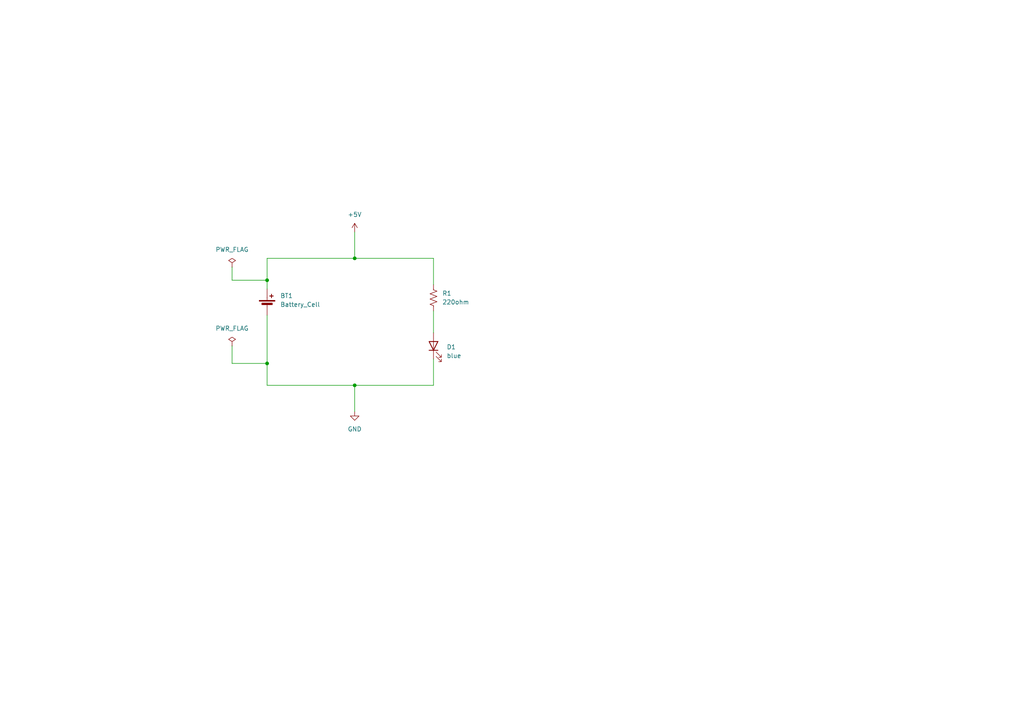
<source format=kicad_sch>
(kicad_sch (version 20230121) (generator eeschema)
  (paper "A4")
  (lib_symbols
    (symbol "Device:Battery_Cell" (pin_numbers hide) (pin_names (offset 0) hide)
      (property "Reference" "BT" (at 2.54 2.54 0))
      (property "Value" "Battery_Cell" (at 2.54 0 0))
      (symbol "Battery_Cell_0_1"
        (rectangle (start -2.286 1.778) (end 2.286 1.524) (fill (type outline)))
        (rectangle (start -1.524 1.016) (end 1.524 0.508) (fill (type outline)))
        (polyline (pts (xy 0 0.762) (xy 0 0)))
        (polyline (pts (xy 0 1.778) (xy 0 2.54)))
        (polyline (pts (xy 0.762 3.048) (xy 1.778 3.048)) (stroke (width 0.254)))
        (polyline (pts (xy 1.27 3.556) (xy 1.27 2.54)) (stroke (width 0.254)))
      )
      (symbol "Battery_Cell_1_1"
        (pin passive line (at 0 5.08 270) (length 2.54) (name "+") (number "1"))
        (pin passive line (at 0 -2.54 90) (length 2.54) (name "-") (number "2"))
      )
    )
    (symbol "Device:LED" (pin_numbers hide) (pin_names (offset 1.016) hide)
      (property "Reference" "D" (at 0 2.54 0))
      (property "Value" "LED" (at 0 -2.54 0))
      (symbol "LED_0_1"
        (polyline (pts (xy -1.27 -1.27) (xy -1.27 1.27)) (stroke (width 0.254)))
        (polyline (pts (xy -1.27 0) (xy 1.27 0)))
        (polyline (pts (xy 1.27 -1.27) (xy 1.27 1.27) (xy -1.27 0) (xy 1.27 -1.27)) (stroke (width 0.254)))
        (polyline (pts (xy -3.048 -0.762) (xy -4.572 -2.286) (xy -3.81 -2.286) (xy -4.572 -2.286) (xy -4.572 -1.524)))
        (polyline (pts (xy -1.778 -0.762) (xy -3.302 -2.286) (xy -2.54 -2.286) (xy -3.302 -2.286) (xy -3.302 -1.524)))
      )
      (symbol "LED_1_1"
        (pin passive line (at -3.81 0 0) (length 2.54) (name "K") (number "1"))
        (pin passive line (at 3.81 0 180) (length 2.54) (name "A") (number "2"))
      )
    )
    (symbol "Device:R_US" (pin_numbers hide) (pin_names (offset 0))
      (property "Reference" "R" (at 2.54 0 90))
      (property "Value" "R_US" (at -2.54 0 90))
      (symbol "R_US_0_1"
        (polyline (pts (xy 0 -2.286) (xy 0 -2.54)))
        (polyline (pts (xy 0 2.286) (xy 0 2.54)))
        (polyline (pts (xy 0 -0.762) (xy 1.016 -1.143) (xy 0 -1.524) (xy -1.016 -1.905) (xy 0 -2.286)))
        (polyline (pts (xy 0 0.762) (xy 1.016 0.381) (xy 0 0) (xy -1.016 -0.381) (xy 0 -0.762)))
        (polyline (pts (xy 0 2.286) (xy 1.016 1.905) (xy 0 1.524) (xy -1.016 1.143) (xy 0 0.762)))
      )
      (symbol "R_US_1_1"
        (pin passive line (at 0 3.81 270) (length 1.27) (name "~") (number "1"))
        (pin passive line (at 0 -3.81 90) (length 1.27) (name "~") (number "2"))
      )
    )
    (symbol "power:+5V" (power) (pin_names (offset 0))
      (property "Value" "+5V" (at 0 3.556 0))
      (symbol "+5V_0_1"
        (polyline (pts (xy -0.762 1.27) (xy 0 2.54)))
        (polyline (pts (xy 0 0) (xy 0 2.54)))
        (polyline (pts (xy 0 2.54) (xy 0.762 1.27)))
      )
      (symbol "+5V_1_1"
        (pin power_in line (at 0 0 90) (length 0) hide (name "+5V") (number "1"))
      )
    )
    (symbol "power:GND" (power) (pin_names (offset 0))
      (property "Value" "GND" (at 0 -3.81 0))
      (symbol "GND_0_1"
        (polyline (pts (xy 0 0) (xy 0 -1.27) (xy 1.27 -1.27) (xy 0 -2.54) (xy -1.27 -1.27) (xy 0 -1.27)))
      )
      (symbol "GND_1_1"
        (pin power_in line (at 0 0 270) (length 0) hide (name "GND") (number "1"))
      )
    )
    (symbol "power:PWR_FLAG" (power) (pin_numbers hide) (pin_names (offset 0) hide)
      (property "Value" "PWR_FLAG" (at 0 3.81 0))
      (symbol "PWR_FLAG_0_0"
        (pin power_out line (at 0 0 90) (length 0) (name "pwr") (number "1"))
      )
      (symbol "PWR_FLAG_0_1"
        (polyline (pts (xy 0 0) (xy 0 1.27) (xy -1.016 1.905) (xy 0 2.54) (xy 1.016 1.905) (xy 0 1.27)))
      )
    )
  )
  (junction (at 77.47 81.28))
  (junction (at 102.87 74.93))
  (junction (at 102.87 111.76))
  (junction (at 77.47 105.41))
  (wire (pts (xy 102.87 111.76) (xy 102.87 119.38)))
  (wire (pts (xy 67.31 81.28) (xy 67.31 77.47)))
  (wire (pts (xy 102.87 111.76) (xy 77.47 111.76)))
  (wire (pts (xy 77.47 74.93) (xy 102.87 74.93)))
  (wire (pts (xy 77.47 81.28) (xy 77.47 74.93)))
  (wire (pts (xy 125.73 104.14) (xy 125.73 111.76)))
  (wire (pts (xy 67.31 105.41) (xy 77.47 105.41)))
  (wire (pts (xy 125.73 74.93) (xy 125.73 82.55)))
  (wire (pts (xy 102.87 74.93) (xy 125.73 74.93)))
  (wire (pts (xy 125.73 90.17) (xy 125.73 96.52)))
  (wire (pts (xy 77.47 91.44) (xy 77.47 105.41)))
  (wire (pts (xy 77.47 105.41) (xy 77.47 111.76)))
  (wire (pts (xy 67.31 100.33) (xy 67.31 105.41)))
  (wire (pts (xy 77.47 83.82) (xy 77.47 81.28)))
  (wire (pts (xy 102.87 67.31) (xy 102.87 74.93)))
  (wire (pts (xy 125.73 111.76) (xy 102.87 111.76)))
  (wire (pts (xy 77.47 81.28) (xy 67.31 81.28)))
  (symbol (lib_id "power:+5V") (at 102.87 67.31 0) (unit 1)
    (property "Reference" "#PWR01" (effects hide))
    (property "Value" "+5V" (at 102.87 62.23 0))
  )
  (symbol (lib_id "Device:R_US") (at 125.73 86.36 0) (unit 1)
    (property "Reference" "R1" (at 128.27 85.09 0) (effects (justify left)))
    (property "Value" "220ohm" (at 128.27 87.63 0) (effects (justify left)))
    (property "Footprint" "Resistor_SMD:R_0603_1608Metric" (effects hide))
  )
  (symbol (lib_id "power:GND") (at 102.87 119.38 0) (unit 1)
    (property "Reference" "#PWR02" (effects hide))
    (property "Value" "GND" (at 102.87 124.46 0))
  )
  (symbol (lib_id "Device:Battery_Cell") (at 77.47 88.9 0) (unit 1)
    (property "Reference" "BT1" (at 81.28 85.7885 0) (effects (justify left)))
    (property "Value" "Battery_Cell" (at 81.28 88.3285 0) (effects (justify left)))
    (property "Footprint" "Battery:BatteryHolder_Keystone_1058_1x2032" (effects hide))
  )
  (symbol (lib_id "power:PWR_FLAG") (at 67.31 77.47 0) (unit 1)
    (property "Reference" "#FLG01" (effects hide))
    (property "Value" "PWR_FLAG" (at 67.31 72.39 0))
  )
  (symbol (lib_id "Device:LED") (at 125.73 100.33 90) (unit 1)
    (property "Reference" "D1" (at 129.54 100.6475 90) (effects (justify right)))
    (property "Value" "blue" (at 129.54 103.1875 90) (effects (justify right)))
    (property "Footprint" "LED_SMD:LED_0603_1608Metric" (effects hide))
  )
  (symbol (lib_id "power:PWR_FLAG") (at 67.31 100.33 0) (unit 1)
    (property "Reference" "#FLG02" (effects hide))
    (property "Value" "PWR_FLAG" (at 67.31 95.25 0))
  )
)
</source>
